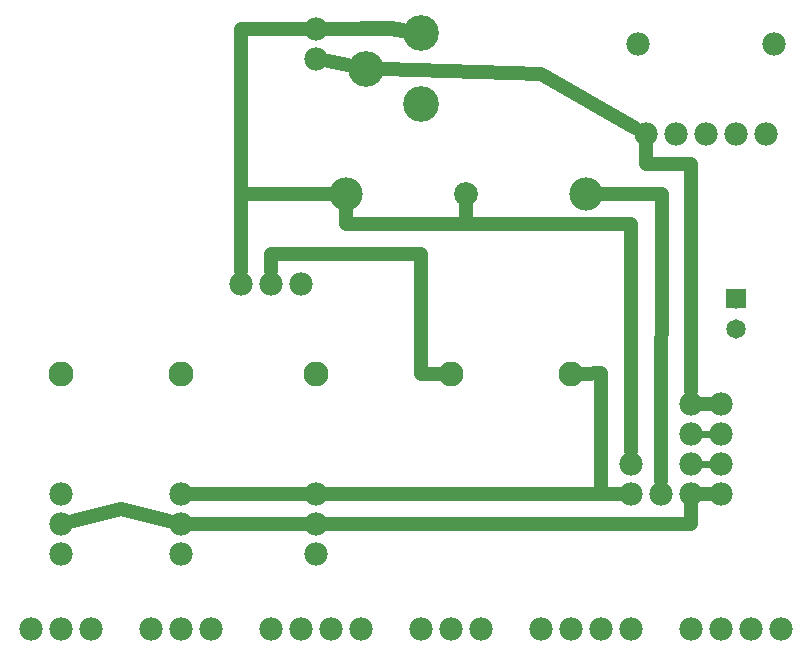
<source format=gtl>
G04 MADE WITH FRITZING*
G04 WWW.FRITZING.ORG*
G04 DOUBLE SIDED*
G04 HOLES PLATED*
G04 CONTOUR ON CENTER OF CONTOUR VECTOR*
%ASAXBY*%
%FSLAX23Y23*%
%MOIN*%
%OFA0B0*%
%SFA1.0B1.0*%
%ADD10C,0.065000*%
%ADD11C,0.078000*%
%ADD12C,0.079370*%
%ADD13C,0.110866*%
%ADD14C,0.118740*%
%ADD15C,0.083307*%
%ADD16C,0.048000*%
%ADD17C,0.024000*%
%ADD18R,0.001000X0.001000*%
%LNCOPPER1*%
G90*
G70*
G54D10*
X2428Y1072D03*
X2428Y1172D03*
X2428Y1072D03*
X2428Y1172D03*
G54D11*
X2178Y522D03*
X2078Y622D03*
X2078Y522D03*
X2378Y522D03*
X2378Y622D03*
X2378Y722D03*
X2378Y822D03*
X2278Y522D03*
X2278Y622D03*
X2278Y722D03*
X2278Y822D03*
G54D12*
X1528Y1522D03*
G54D13*
X1128Y1522D03*
X1928Y1522D03*
G54D11*
X2578Y72D03*
X2478Y72D03*
X2378Y72D03*
X2278Y72D03*
X2078Y72D03*
X1978Y72D03*
X1878Y72D03*
X1778Y72D03*
X1178Y72D03*
X1078Y72D03*
X978Y72D03*
X878Y72D03*
X1578Y72D03*
X1478Y72D03*
X1378Y72D03*
X678Y72D03*
X578Y72D03*
X478Y72D03*
X578Y522D03*
X578Y422D03*
X578Y322D03*
X1028Y522D03*
X1028Y422D03*
X1028Y322D03*
X178Y522D03*
X178Y422D03*
X178Y322D03*
X1028Y1972D03*
X1028Y2072D03*
G54D14*
X1194Y1937D03*
X1378Y1822D03*
X1378Y2056D03*
G54D11*
X978Y1222D03*
X878Y1222D03*
X778Y1222D03*
X2528Y1722D03*
X2428Y1722D03*
X2328Y1722D03*
X2228Y1722D03*
X2128Y1722D03*
X2556Y2022D03*
X2100Y2022D03*
X278Y72D03*
X178Y72D03*
X78Y72D03*
G54D15*
X1878Y922D03*
X1478Y922D03*
X1028Y922D03*
X578Y922D03*
X178Y922D03*
G54D16*
X1129Y1420D02*
X1129Y1464D01*
D02*
X2078Y1420D02*
X1129Y1420D01*
D02*
X2078Y663D02*
X2078Y1420D01*
D02*
X1378Y921D02*
X1378Y1322D01*
D02*
X1378Y1322D02*
X879Y1322D01*
D02*
X879Y1322D02*
X879Y1263D01*
D02*
X1434Y921D02*
X1378Y921D01*
D02*
X2127Y1620D02*
X2278Y1620D01*
D02*
X2278Y1620D02*
X2278Y863D01*
D02*
X2128Y1680D02*
X2127Y1620D01*
D02*
X1317Y2065D02*
X1277Y2070D01*
D02*
X1069Y1963D02*
X1134Y1950D01*
D02*
X2180Y1522D02*
X1986Y1522D01*
D02*
X2178Y563D02*
X2180Y1522D01*
D02*
X1529Y1420D02*
X1529Y1480D01*
D02*
X1129Y1420D02*
X1529Y1420D01*
D02*
X1129Y1464D02*
X1129Y1420D01*
D02*
X1277Y2070D02*
X1317Y2065D01*
D02*
X778Y1522D02*
X778Y2070D01*
D02*
X778Y2070D02*
X1277Y2070D01*
D02*
X1071Y1522D02*
X778Y1522D01*
D02*
X1779Y1922D02*
X2092Y1742D01*
D02*
X1256Y1936D02*
X1779Y1922D01*
D02*
X1277Y2070D02*
X778Y2070D01*
D02*
X778Y2070D02*
X778Y1263D01*
D02*
X1277Y2073D02*
X1317Y2066D01*
D02*
X1069Y2072D02*
X1277Y2073D01*
G54D17*
D02*
X2348Y722D02*
X2308Y722D01*
D02*
X2348Y622D02*
X2308Y622D01*
G54D16*
D02*
X2337Y522D02*
X2319Y522D01*
D02*
X2337Y822D02*
X2319Y822D01*
D02*
X2278Y421D02*
X1069Y422D01*
D02*
X2278Y480D02*
X2278Y421D01*
D02*
X987Y522D02*
X619Y522D01*
D02*
X378Y472D02*
X218Y432D01*
D02*
X987Y422D02*
X619Y422D01*
D02*
X538Y432D02*
X378Y472D01*
D02*
X1978Y522D02*
X1069Y522D01*
D02*
X1978Y923D02*
X1978Y522D01*
D02*
X1922Y922D02*
X1978Y923D01*
D02*
X2037Y522D02*
X1069Y522D01*
G54D18*
X2396Y1204D02*
X2459Y1204D01*
X2396Y1203D02*
X2460Y1203D01*
X2396Y1202D02*
X2460Y1202D01*
X2396Y1201D02*
X2460Y1201D01*
X2396Y1200D02*
X2460Y1200D01*
X2396Y1199D02*
X2460Y1199D01*
X2396Y1198D02*
X2460Y1198D01*
X2396Y1197D02*
X2460Y1197D01*
X2396Y1196D02*
X2460Y1196D01*
X2396Y1195D02*
X2460Y1195D01*
X2396Y1194D02*
X2460Y1194D01*
X2396Y1193D02*
X2460Y1193D01*
X2396Y1192D02*
X2460Y1192D01*
X2396Y1191D02*
X2460Y1191D01*
X2396Y1190D02*
X2460Y1190D01*
X2396Y1189D02*
X2460Y1189D01*
X2396Y1188D02*
X2460Y1188D01*
X2396Y1187D02*
X2460Y1187D01*
X2396Y1186D02*
X2460Y1186D01*
X2396Y1185D02*
X2423Y1185D01*
X2432Y1185D02*
X2460Y1185D01*
X2396Y1184D02*
X2420Y1184D01*
X2435Y1184D02*
X2460Y1184D01*
X2396Y1183D02*
X2419Y1183D01*
X2436Y1183D02*
X2460Y1183D01*
X2396Y1182D02*
X2418Y1182D01*
X2437Y1182D02*
X2460Y1182D01*
X2396Y1181D02*
X2417Y1181D01*
X2438Y1181D02*
X2460Y1181D01*
X2396Y1180D02*
X2416Y1180D01*
X2439Y1180D02*
X2460Y1180D01*
X2396Y1179D02*
X2415Y1179D01*
X2440Y1179D02*
X2460Y1179D01*
X2396Y1178D02*
X2415Y1178D01*
X2440Y1178D02*
X2460Y1178D01*
X2396Y1177D02*
X2414Y1177D01*
X2441Y1177D02*
X2460Y1177D01*
X2396Y1176D02*
X2414Y1176D01*
X2441Y1176D02*
X2460Y1176D01*
X2396Y1175D02*
X2414Y1175D01*
X2441Y1175D02*
X2460Y1175D01*
X2396Y1174D02*
X2413Y1174D01*
X2442Y1174D02*
X2460Y1174D01*
X2396Y1173D02*
X2413Y1173D01*
X2442Y1173D02*
X2460Y1173D01*
X2396Y1172D02*
X2413Y1172D01*
X2442Y1172D02*
X2460Y1172D01*
X2396Y1171D02*
X2413Y1171D01*
X2442Y1171D02*
X2460Y1171D01*
X2396Y1170D02*
X2413Y1170D01*
X2442Y1170D02*
X2460Y1170D01*
X2396Y1169D02*
X2414Y1169D01*
X2441Y1169D02*
X2460Y1169D01*
X2396Y1168D02*
X2414Y1168D01*
X2441Y1168D02*
X2460Y1168D01*
X2396Y1167D02*
X2414Y1167D01*
X2441Y1167D02*
X2460Y1167D01*
X2396Y1166D02*
X2415Y1166D01*
X2440Y1166D02*
X2460Y1166D01*
X2396Y1165D02*
X2415Y1165D01*
X2440Y1165D02*
X2460Y1165D01*
X2396Y1164D02*
X2416Y1164D01*
X2439Y1164D02*
X2460Y1164D01*
X2396Y1163D02*
X2417Y1163D01*
X2438Y1163D02*
X2460Y1163D01*
X2396Y1162D02*
X2417Y1162D01*
X2438Y1162D02*
X2460Y1162D01*
X2396Y1161D02*
X2419Y1161D01*
X2436Y1161D02*
X2460Y1161D01*
X2396Y1160D02*
X2420Y1160D01*
X2435Y1160D02*
X2460Y1160D01*
X2396Y1159D02*
X2423Y1159D01*
X2433Y1159D02*
X2460Y1159D01*
X2396Y1158D02*
X2460Y1158D01*
X2396Y1157D02*
X2460Y1157D01*
X2396Y1156D02*
X2460Y1156D01*
X2396Y1155D02*
X2460Y1155D01*
X2396Y1154D02*
X2460Y1154D01*
X2396Y1153D02*
X2460Y1153D01*
X2396Y1152D02*
X2460Y1152D01*
X2396Y1151D02*
X2460Y1151D01*
X2396Y1150D02*
X2460Y1150D01*
X2396Y1149D02*
X2460Y1149D01*
X2396Y1148D02*
X2460Y1148D01*
X2396Y1147D02*
X2460Y1147D01*
X2396Y1146D02*
X2460Y1146D01*
X2396Y1145D02*
X2460Y1145D01*
X2396Y1144D02*
X2460Y1144D01*
X2396Y1143D02*
X2460Y1143D01*
X2396Y1142D02*
X2460Y1142D01*
X2396Y1141D02*
X2460Y1141D01*
X2396Y1140D02*
X2460Y1140D01*
D02*
G04 End of Copper1*
M02*
</source>
